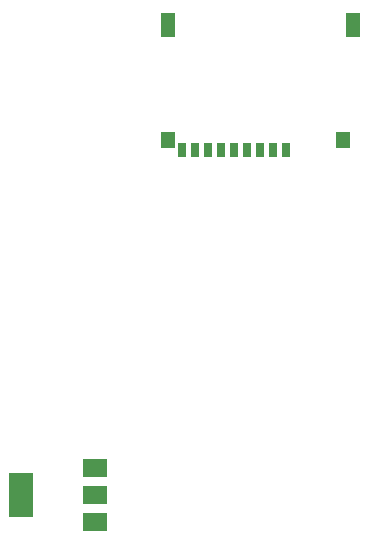
<source format=gbp>
G04 #@! TF.GenerationSoftware,KiCad,Pcbnew,(6.0.1)*
G04 #@! TF.CreationDate,2022-07-12T15:15:51+02:00*
G04 #@! TF.ProjectId,flightController,666c6967-6874-4436-9f6e-74726f6c6c65,1.0*
G04 #@! TF.SameCoordinates,Original*
G04 #@! TF.FileFunction,Paste,Bot*
G04 #@! TF.FilePolarity,Positive*
%FSLAX46Y46*%
G04 Gerber Fmt 4.6, Leading zero omitted, Abs format (unit mm)*
G04 Created by KiCad (PCBNEW (6.0.1)) date 2022-07-12 15:15:51*
%MOMM*%
%LPD*%
G01*
G04 APERTURE LIST*
%ADD10R,0.700000X1.300000*%
%ADD11R,1.200000X1.400000*%
%ADD12R,1.200000X2.000000*%
%ADD13R,2.000000X1.500000*%
%ADD14R,2.000000X3.800000*%
G04 APERTURE END LIST*
D10*
X105390000Y-93480000D03*
X104290000Y-93480000D03*
X103190000Y-93480000D03*
X102090000Y-93480000D03*
X100990000Y-93480000D03*
X99890000Y-93480000D03*
X98790000Y-93480000D03*
X97690000Y-93480000D03*
X96590000Y-93480000D03*
D11*
X95390000Y-92630000D03*
D12*
X95390000Y-82930000D03*
X111010000Y-82930000D03*
D11*
X110170000Y-92630000D03*
D13*
X89200000Y-120420000D03*
X89200000Y-122720000D03*
D14*
X82900000Y-122720000D03*
D13*
X89200000Y-125020000D03*
M02*

</source>
